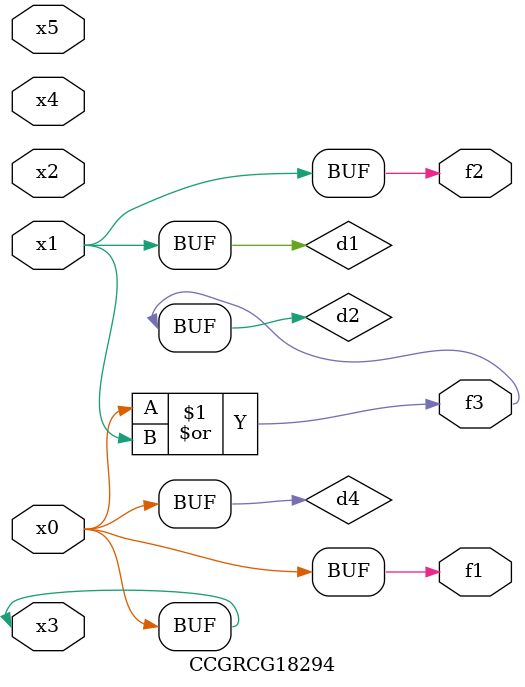
<source format=v>
module CCGRCG18294(
	input x0, x1, x2, x3, x4, x5,
	output f1, f2, f3
);

	wire d1, d2, d3, d4;

	and (d1, x1);
	or (d2, x0, x1);
	nand (d3, x0, x5);
	buf (d4, x0, x3);
	assign f1 = d4;
	assign f2 = d1;
	assign f3 = d2;
endmodule

</source>
